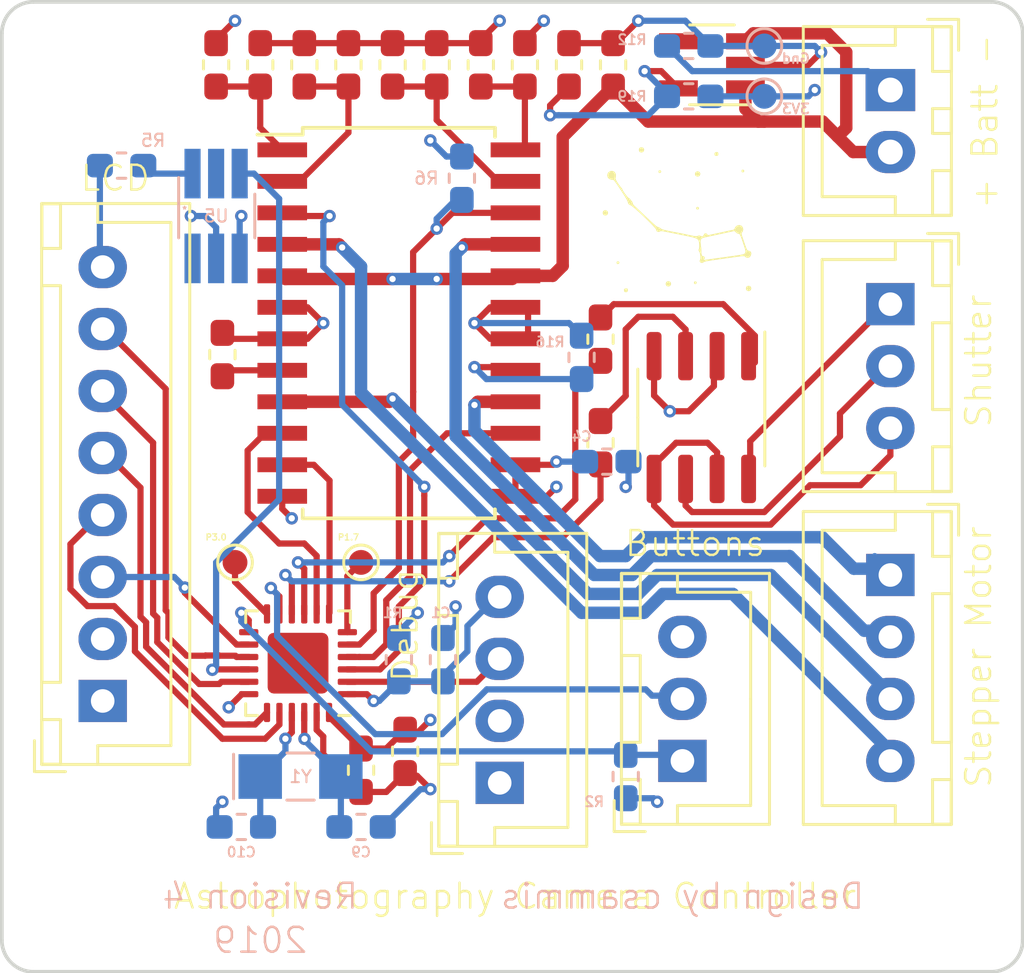
<source format=kicad_pcb>
(kicad_pcb (version 20171130) (host pcbnew "(5.1.2)-1")
  (layers (0 F.Cu signal) (1 In1.Cu power hide) (2 In2.Cu power hide) (31 B.Cu signal) (35 F.Paste user) (36 B.SilkS user) (37 F.SilkS user) (38 B.Mask user) (39 F.Mask user) (44 Edge.Cuts user))
  (net 0 "")
  (net 1 GND)
  (net 2 "Net-(C1-Pad1)")
  (net 3 +3V3)
  (net 4 "Net-(J2-Pad1)")
  (net 5 "Net-(J2-Pad2)")
  (net 6 FOCUS)
  (net 7 SHUTTER)
  (net 8 "Net-(R8-Pad2)")
  (net 9 "Net-(J1-Pad3)")
  (net 10 "Net-(J4-Pad1)")
  (net 11 SELECT_BTN)
  (net 12 OK_BTN)
  (net 13 "Net-(C9-Pad1)")
  (net 14 "Net-(C10-Pad1)")
  (net 15 "Net-(J2-Pad3)")
  (net 16 /LCD_CLK)
  (net 17 /LCD_MOSI)
  (net 18 /LCD_DC)
  (net 19 /LCD_RST)
  (net 20 "Net-(R10-Pad2)")
  (net 21 DRIVER_nRESET)
  (net 22 "Net-(R16-Pad2)")
  (net 23 "Net-(R17-Pad2)")
  (net 24 DRIVER_nSLEEP)
  (net 25 DRIVER_nENABLE)
  (net 26 DRIVER_DIR)
  (net 27 DRIVER_STEP)
  (net 28 /9V_Coil1B)
  (net 29 /9V_Coil1A)
  (net 30 /9V_Coil2B)
  (net 31 /9V_Coil2A)
  (net 32 BATT_9V)
  (net 33 SUPPLY_3.3V)
  (net 34 LCD_LED)
  (net 35 "Net-(J3-Pad8)")
  (net 36 "Net-(R3-Pad1)")
  (net 37 "Net-(R4-Pad1)")
  (net 38 "Net-(C7-Pad2)")
  (net 39 "Net-(C8-Pad2)")
  (net 40 /LCD_nCS)
  (net 41 "Net-(R5-Pad2)")
  (net 42 "Net-(TP3-Pad1)")
  (net 43 "Net-(TP4-Pad1)")
  (net 44 "Net-(U4-Pad4)")
  (module Logo:ursa_minor (layer F.Cu) (at 158.75 79.248)
    (fp_text reference LG1 hide)
    (fp_text value ProjectLogo hide)
  )
  (module MountingHole:MountingHole_2.2mm_M2 (layer F.Cu) (at 169.672 106.426)
    (fp_text reference H3 hide)
    (fp_text value M2)
    (pad 1 np_thru_hole circle (at 0 0) (size 2.2 2.2) (drill 2.2) (layers *.Cu *.Mask))
  )
  (module MountingHole:MountingHole_2.2mm_M2 (layer F.Cu) (at 134.62 106.426)
    (fp_text reference H2 hide)
    (fp_text value M2)
    (pad 1 np_thru_hole circle (at 0 0) (size 2.2 2.2) (drill 2.2) (layers *.Cu *.Mask))
  )
  (module MountingHole:MountingHole_2.2mm_M2 (layer F.Cu) (at 134.62 73.406)
    (fp_text reference H1 hide)
    (fp_text value M2)
    (pad 1 np_thru_hole circle (at 0 0) (size 2.2 2.2) (drill 2.2) (layers *.Cu *.Mask))
  )
  (module Connector_JST:JST_XH_B03B-XH-A_1x03_P2.50mm_Vertical (layer F.Cu) (at 159.004 100.968 90)
    (fp_text reference J6)
    (fp_text value Buttons)
    (pad 1 thru_hole rect (at 0 0 90) (size 1.7 1.95) (drill 0.95) (layers *.Cu *.Mask) (net 12 OK_BTN))
    (pad 2 thru_hole oval (at 2.5 0 90) (size 1.7 1.95) (drill 0.95) (layers *.Cu *.Mask) (net 11 SELECT_BTN))
    (pad 3 thru_hole oval (at 5 0 90) (size 1.7 1.95) (drill 0.95) (layers *.Cu *.Mask) (net 1 GND))
  )
  (module Connector_JST:JST_XH_B08B-XH-A_1x08_P2.50mm_Vertical (layer F.Cu) (at 135.636 98.552 90)
    (fp_text reference J3)
    (fp_text value LCD)
    (pad 8 thru_hole oval (at 17.5 0 90) (size 1.7 1.95) (drill 0.95) (layers *.Cu *.Mask) (net 35 "Net-(J3-Pad8)"))
    (pad 7 thru_hole oval (at 15 0 90) (size 1.7 1.95) (drill 0.95) (layers *.Cu *.Mask) (net 16 /LCD_CLK))
    (pad 6 thru_hole oval (at 12.5 0 90) (size 1.7 1.95) (drill 0.95) (layers *.Cu *.Mask) (net 17 /LCD_MOSI))
    (pad 5 thru_hole oval (at 10 0 90) (size 1.7 1.95) (drill 0.95) (layers *.Cu *.Mask) (net 18 /LCD_DC))
    (pad 4 thru_hole oval (at 7.5 0 90) (size 1.7 1.95) (drill 0.95) (layers *.Cu *.Mask) (net 19 /LCD_RST))
    (pad 3 thru_hole oval (at 5 0 90) (size 1.7 1.95) (drill 0.95) (layers *.Cu *.Mask) (net 40 /LCD_nCS))
    (pad 2 thru_hole oval (at 2.5 0 90) (size 1.7 1.95) (drill 0.95) (layers *.Cu *.Mask) (net 1 GND))
    (pad 1 thru_hole rect (at 0 0 90) (size 1.7 1.95) (drill 0.95) (layers *.Cu *.Mask) (net 3 +3V3))
  )
  (module Resistor_SMD:R_0603_1608Metric_Pad1.05x0.95mm_HandSolder (layer B.Cu) (at 159.258 74.168 180)
    (fp_text reference R19 (at 2.286 0 180) (layer B.SilkS) (effects (font (size 0.4 0.4) (thickness 0.08)) (justify mirror)))
    (fp_text value JUMPER)
    (pad 1 smd roundrect (at -0.875 0 180) (size 1.05 0.95) (layers B.Cu B.Paste B.Mask) (net 3 +3V3))
    (pad 2 smd roundrect (at 0.875 0 180) (size 1.05 0.95) (layers B.Cu B.Paste B.Mask) (net 33 SUPPLY_3.3V))
  )
  (module TestPoint:TestPoint_Pad_D1.0mm (layer B.Cu) (at 162.306 72.136 270)
    (fp_text reference TP1 hide)
    (fp_text value GND)
    (pad 1 smd circle (at 0 0 270) (size 1 1) (layers B.Cu B.Mask) (net 1 GND))
  )
  (module Connector_JST:JST_XH_B03B-XH-A_1x03_P2.50mm_Vertical (layer F.Cu) (at 167.386 82.55 270)
    (fp_text reference J2)
    (fp_text value Shutter)
    (pad 3 thru_hole oval (at 5 0 270) (size 1.7 1.95) (drill 0.95) (layers *.Cu *.Mask) (net 15 "Net-(J2-Pad3)"))
    (pad 2 thru_hole oval (at 2.5 0 270) (size 1.7 1.95) (drill 0.95) (layers *.Cu *.Mask) (net 5 "Net-(J2-Pad2)"))
    (pad 1 thru_hole rect (at 0 0 270) (size 1.7 1.95) (drill 0.95) (layers *.Cu *.Mask) (net 4 "Net-(J2-Pad1)"))
  )
  (module Package_SO:SOIC-24W_7.5x15.4mm_P1.27mm (layer F.Cu) (at 147.574 83.312)
    (fp_text reference U3)
    (fp_text value A3967)
    (pad 24 smd rect (at 4.7 -6.985) (size 2 0.6) (layers F.Cu F.Paste F.Mask) (net 20 "Net-(R10-Pad2)"))
    (pad 23 smd rect (at 4.7 -5.715) (size 2 0.6) (layers F.Cu F.Paste F.Mask) (net 39 "Net-(C8-Pad2)"))
    (pad 22 smd rect (at 4.7 -4.445) (size 2 0.6) (layers F.Cu F.Paste F.Mask) (net 21 DRIVER_nRESET))
    (pad 21 smd rect (at 4.7 -3.175) (size 2 0.6) (layers F.Cu F.Paste F.Mask) (net 28 /9V_Coil1B))
    (pad 20 smd rect (at 4.7 -1.905) (size 2 0.6) (layers F.Cu F.Paste F.Mask) (net 32 BATT_9V))
    (pad 19 smd rect (at 4.7 -0.635) (size 2 0.6) (layers F.Cu F.Paste F.Mask) (net 1 GND))
    (pad 18 smd rect (at 4.7 0.635) (size 2 0.6) (layers F.Cu F.Paste F.Mask) (net 1 GND))
    (pad 17 smd rect (at 4.7 1.905) (size 2 0.6) (layers F.Cu F.Paste F.Mask) (net 22 "Net-(R16-Pad2)"))
    (pad 16 smd rect (at 4.7 3.175) (size 2 0.6) (layers F.Cu F.Paste F.Mask) (net 29 /9V_Coil1A))
    (pad 15 smd rect (at 4.7 4.445) (size 2 0.6) (layers F.Cu F.Paste F.Mask) (net 25 DRIVER_nENABLE))
    (pad 14 smd rect (at 4.7 5.715) (size 2 0.6) (layers F.Cu F.Paste F.Mask) (net 3 +3V3))
    (pad 13 smd rect (at 4.7 6.985) (size 2 0.6) (layers F.Cu F.Paste F.Mask) (net 3 +3V3))
    (pad 12 smd rect (at -4.7 6.985) (size 2 0.6) (layers F.Cu F.Paste F.Mask) (net 3 +3V3))
    (pad 11 smd rect (at -4.7 5.715) (size 2 0.6) (layers F.Cu F.Paste F.Mask) (net 26 DRIVER_DIR))
    (pad 10 smd rect (at -4.7 4.445) (size 2 0.6) (layers F.Cu F.Paste F.Mask) (net 27 DRIVER_STEP))
    (pad 9 smd rect (at -4.7 3.175) (size 2 0.6) (layers F.Cu F.Paste F.Mask) (net 31 /9V_Coil2A))
    (pad 8 smd rect (at -4.7 1.905) (size 2 0.6) (layers F.Cu F.Paste F.Mask) (net 23 "Net-(R17-Pad2)"))
    (pad 7 smd rect (at -4.7 0.635) (size 2 0.6) (layers F.Cu F.Paste F.Mask) (net 1 GND))
    (pad 6 smd rect (at -4.7 -0.635) (size 2 0.6) (layers F.Cu F.Paste F.Mask) (net 1 GND))
    (pad 5 smd rect (at -4.7 -1.905) (size 2 0.6) (layers F.Cu F.Paste F.Mask) (net 32 BATT_9V))
    (pad 4 smd rect (at -4.7 -3.175) (size 2 0.6) (layers F.Cu F.Paste F.Mask) (net 30 /9V_Coil2B))
    (pad 3 smd rect (at -4.7 -4.445) (size 2 0.6) (layers F.Cu F.Paste F.Mask) (net 24 DRIVER_nSLEEP))
    (pad 2 smd rect (at -4.7 -5.715) (size 2 0.6) (layers F.Cu F.Paste F.Mask) (net 38 "Net-(C7-Pad2)"))
    (pad 1 smd rect (at -4.7 -6.985) (size 2 0.6) (layers F.Cu F.Paste F.Mask) (net 8 "Net-(R8-Pad2)"))
  )
  (module Connector_JST:JST_XH_B04B-XH-A_1x04_P2.50mm_Vertical (layer F.Cu) (at 167.386 93.472 270)
    (fp_text reference J5)
    (fp_text value "Stepper Motor")
    (pad 4 thru_hole oval (at 7.5 0 270) (size 1.7 1.95) (drill 0.95) (layers *.Cu *.Mask) (net 30 /9V_Coil2B))
    (pad 3 thru_hole oval (at 5 0 270) (size 1.7 1.95) (drill 0.95) (layers *.Cu *.Mask) (net 31 /9V_Coil2A))
    (pad 2 thru_hole oval (at 2.5 0 270) (size 1.7 1.95) (drill 0.95) (layers *.Cu *.Mask) (net 28 /9V_Coil1B))
    (pad 1 thru_hole rect (at 0 0 270) (size 1.7 1.95) (drill 0.95) (layers *.Cu *.Mask) (net 29 /9V_Coil1A))
  )
  (module Capacitor_SMD:C_0603_1608Metric_Pad1.05x0.95mm_HandSolder (layer B.Cu) (at 149.352 96.887 90)
    (fp_text reference C1 (at 1.891 -0.089891 180) (layer B.SilkS) (effects (font (size 0.4 0.4) (thickness 0.08)) (justify mirror)))
    (fp_text value 1nF)
    (pad 2 smd roundrect (at 0.875 0 90) (size 1.05 0.95) (layers B.Cu B.Paste B.Mask) (net 1 GND))
    (pad 1 smd roundrect (at -0.875 0 90) (size 1.05 0.95) (layers B.Cu B.Paste B.Mask) (net 2 "Net-(C1-Pad1)"))
  )
  (module Capacitor_SMD:C_0603_1608Metric_Pad1.05x0.95mm_HandSolder (layer F.Cu) (at 146.05 101.346 270)
    (fp_text reference C2)
    (fp_text value 10uF)
    (pad 2 smd roundrect (at 0.875 0 270) (size 1.05 0.95) (layers F.Cu F.Paste F.Mask) (net 1 GND))
    (pad 1 smd roundrect (at -0.875 0 270) (size 1.05 0.95) (layers F.Cu F.Paste F.Mask) (net 3 +3V3))
  )
  (module Capacitor_SMD:C_0603_1608Metric_Pad1.05x0.95mm_HandSolder (layer F.Cu) (at 147.828 100.584 90)
    (fp_text reference C3)
    (fp_text value 0.1uF)
    (pad 1 smd roundrect (at -0.875 0 90) (size 1.05 0.95) (layers F.Cu F.Paste F.Mask) (net 1 GND))
    (pad 2 smd roundrect (at 0.875 0 90) (size 1.05 0.95) (layers F.Cu F.Paste F.Mask) (net 3 +3V3))
  )
  (module Capacitor_SMD:C_0603_1608Metric_Pad1.05x0.95mm_HandSolder (layer B.Cu) (at 155.956 88.9 180)
    (fp_text reference C4 (at 1.016 1.016 180) (layer B.SilkS) (effects (font (size 0.4 0.4) (thickness 0.08)) (justify mirror)))
    (fp_text value 1uF)
    (pad 2 smd roundrect (at 0.875 0 180) (size 1.05 0.95) (layers B.Cu B.Paste B.Mask) (net 3 +3V3))
    (pad 1 smd roundrect (at -0.875 0 180) (size 1.05 0.95) (layers B.Cu B.Paste B.Mask) (net 1 GND))
  )
  (module Capacitor_SMD:C_0603_1608Metric_Pad1.05x0.95mm_HandSolder (layer F.Cu) (at 143.764 72.898 270)
    (fp_text reference C7)
    (fp_text value 68pF)
    (pad 2 smd roundrect (at 0.875 0 270) (size 1.05 0.95) (layers F.Cu F.Paste F.Mask) (net 38 "Net-(C7-Pad2)"))
    (pad 1 smd roundrect (at -0.875 0 270) (size 1.05 0.95) (layers F.Cu F.Paste F.Mask) (net 1 GND))
  )
  (module Capacitor_SMD:C_0603_1608Metric_Pad1.05x0.95mm_HandSolder (layer F.Cu) (at 147.32 72.898 270)
    (fp_text reference C8)
    (fp_text value 68pF)
    (pad 1 smd roundrect (at -0.875 0 270) (size 1.05 0.95) (layers F.Cu F.Paste F.Mask) (net 1 GND))
    (pad 2 smd roundrect (at 0.875 0 270) (size 1.05 0.95) (layers F.Cu F.Paste F.Mask) (net 39 "Net-(C8-Pad2)"))
  )
  (module Resistor_SMD:R_0603_1608Metric_Pad1.05x0.95mm_HandSolder (layer B.Cu) (at 147.574 96.887 270)
    (fp_text reference R1 (at -1.891 0.254) (layer B.SilkS) (effects (font (size 0.4 0.4) (thickness 0.08)) (justify mirror)))
    (fp_text value 47K)
    (pad 2 smd roundrect (at 0.875 0 270) (size 1.05 0.95) (layers B.Cu B.Paste B.Mask) (net 2 "Net-(C1-Pad1)"))
    (pad 1 smd roundrect (at -0.875 0 270) (size 1.05 0.95) (layers B.Cu B.Paste B.Mask) (net 3 +3V3))
  )
  (module Resistor_SMD:R_0603_1608Metric_Pad1.05x0.95mm_HandSolder (layer B.Cu) (at 156.718 101.6 90)
    (fp_text reference R2 (at -1.016 -1.27 180) (layer B.SilkS) (effects (font (size 0.4 0.4) (thickness 0.08)) (justify mirror)))
    (fp_text value 100K)
    (pad 1 smd roundrect (at -0.875 0 90) (size 1.05 0.95) (layers B.Cu B.Paste B.Mask) (net 3 +3V3))
    (pad 2 smd roundrect (at 0.875 0 90) (size 1.05 0.95) (layers B.Cu B.Paste B.Mask) (net 12 OK_BTN))
  )
  (module Resistor_SMD:R_0603_1608Metric_Pad1.05x0.95mm_HandSolder (layer F.Cu) (at 155.702 83.961 270)
    (fp_text reference R3)
    (fp_text value 390)
    (pad 1 smd roundrect (at -0.875 0 270) (size 1.05 0.95) (layers F.Cu F.Paste F.Mask) (net 36 "Net-(R3-Pad1)"))
    (pad 2 smd roundrect (at 0.875 0 270) (size 1.05 0.95) (layers F.Cu F.Paste F.Mask) (net 6 FOCUS))
  )
  (module Resistor_SMD:R_0603_1608Metric_Pad1.05x0.95mm_HandSolder (layer F.Cu) (at 155.702 88.138 270)
    (fp_text reference R4)
    (fp_text value 390)
    (pad 1 smd roundrect (at -0.875 0 270) (size 1.05 0.95) (layers F.Cu F.Paste F.Mask) (net 37 "Net-(R4-Pad1)"))
    (pad 2 smd roundrect (at 0.875 0 270) (size 1.05 0.95) (layers F.Cu F.Paste F.Mask) (net 7 SHUTTER))
  )
  (module Resistor_SMD:R_0603_1608Metric_Pad1.05x0.95mm_HandSolder (layer F.Cu) (at 140.208 72.898 270)
    (fp_text reference R8)
    (fp_text value 13K)
    (pad 2 smd roundrect (at 0.875 0 270) (size 1.05 0.95) (layers F.Cu F.Paste F.Mask) (net 8 "Net-(R8-Pad2)"))
    (pad 1 smd roundrect (at -0.875 0 270) (size 1.05 0.95) (layers F.Cu F.Paste F.Mask) (net 3 +3V3))
  )
  (module Resistor_SMD:R_0603_1608Metric_Pad1.05x0.95mm_HandSolder (layer F.Cu) (at 141.986 72.898 270)
    (fp_text reference R9)
    (fp_text value 20K)
    (pad 1 smd roundrect (at -0.875 0 270) (size 1.05 0.95) (layers F.Cu F.Paste F.Mask) (net 1 GND))
    (pad 2 smd roundrect (at 0.875 0 270) (size 1.05 0.95) (layers F.Cu F.Paste F.Mask) (net 8 "Net-(R8-Pad2)"))
  )
  (module Resistor_SMD:R_0603_1608Metric_Pad1.05x0.95mm_HandSolder (layer F.Cu) (at 152.654 72.898 270)
    (fp_text reference R10)
    (fp_text value 100K)
    (pad 2 smd roundrect (at 0.875 0 270) (size 1.05 0.95) (layers F.Cu F.Paste F.Mask) (net 20 "Net-(R10-Pad2)"))
    (pad 1 smd roundrect (at -0.875 0 270) (size 1.05 0.95) (layers F.Cu F.Paste F.Mask) (net 3 +3V3))
  )
  (module Resistor_SMD:R_0603_1608Metric_Pad1.05x0.95mm_HandSolder (layer F.Cu) (at 150.876 72.898 90)
    (fp_text reference R11)
    (fp_text value 68K)
    (pad 1 smd roundrect (at -0.875 0 90) (size 1.05 0.95) (layers F.Cu F.Paste F.Mask) (net 20 "Net-(R10-Pad2)"))
    (pad 2 smd roundrect (at 0.875 0 90) (size 1.05 0.95) (layers F.Cu F.Paste F.Mask) (net 1 GND))
  )
  (module Resistor_SMD:R_0603_1608Metric_Pad1.05x0.95mm_HandSolder (layer B.Cu) (at 159.258 72.136)
    (fp_text reference R12 (at -2.286 -0.254) (layer B.SilkS) (effects (font (size 0.4 0.4) (thickness 0.08)) (justify mirror)))
    (fp_text value JUMPER)
    (pad 2 smd roundrect (at 0.875 0) (size 1.05 0.95) (layers B.Cu B.Paste B.Mask) (net 1 GND))
    (pad 1 smd roundrect (at -0.875 0) (size 1.05 0.95) (layers B.Cu B.Paste B.Mask) (net 10 "Net-(J4-Pad1)"))
  )
  (module Resistor_SMD:R_0603_1608Metric_Pad1.05x0.95mm_HandSolder (layer F.Cu) (at 145.542 72.898 90)
    (fp_text reference R15)
    (fp_text value 20K)
    (pad 2 smd roundrect (at 0.875 0 90) (size 1.05 0.95) (layers F.Cu F.Paste F.Mask) (net 1 GND))
    (pad 1 smd roundrect (at -0.875 0 90) (size 1.05 0.95) (layers F.Cu F.Paste F.Mask) (net 38 "Net-(C7-Pad2)"))
  )
  (module Package_DFN_QFN:VQFN-24-1EP_4x4mm_P0.5mm_EP2.45x2.45mm (layer F.Cu) (at 143.51 97.028 180)
    (fp_text reference U1)
    (fp_text value MSP430FR2433)
    (pad 25 smd roundrect (at 0 0 180) (size 2.45 2.45) (layers F.Cu F.Mask) (roundrect_rratio 0.102041))
    (pad 1 smd roundrect (at -1.9875 -1.25 180) (size 0.775 0.25) (layers F.Cu F.Paste F.Mask) (net 2 "Net-(C1-Pad1)"))
    (pad 2 smd roundrect (at -1.9875 -0.75 180) (size 0.775 0.25) (layers F.Cu F.Paste F.Mask) (net 9 "Net-(J1-Pad3)"))
    (pad 3 smd roundrect (at -1.9875 -0.25 180) (size 0.775 0.25) (layers F.Cu F.Paste F.Mask) (net 24 DRIVER_nSLEEP))
    (pad 4 smd roundrect (at -1.9875 0.25 180) (size 0.775 0.25) (layers F.Cu F.Paste F.Mask) (net 25 DRIVER_nENABLE))
    (pad 5 smd roundrect (at -1.9875 0.75 180) (size 0.775 0.25) (layers F.Cu F.Paste F.Mask) (net 21 DRIVER_nRESET))
    (pad 6 smd roundrect (at -1.9875 1.25 180) (size 0.775 0.25) (layers F.Cu F.Paste F.Mask) (net 43 "Net-(TP4-Pad1)"))
    (pad 7 smd roundrect (at -1.25 1.9875 180) (size 0.25 0.775) (layers F.Cu F.Paste F.Mask) (net 26 DRIVER_DIR))
    (pad 8 smd roundrect (at -0.75 1.9875 180) (size 0.25 0.775) (layers F.Cu F.Paste F.Mask) (net 27 DRIVER_STEP))
    (pad 9 smd roundrect (at -0.25 1.9875 180) (size 0.25 0.775) (layers F.Cu F.Paste F.Mask) (net 6 FOCUS))
    (pad 10 smd roundrect (at 0.25 1.9875 180) (size 0.25 0.775) (layers F.Cu F.Paste F.Mask) (net 7 SHUTTER))
    (pad 11 smd roundrect (at 0.75 1.9875 180) (size 0.25 0.775) (layers F.Cu F.Paste F.Mask) (net 11 SELECT_BTN))
    (pad 12 smd roundrect (at 1.25 1.9875 180) (size 0.25 0.775) (layers F.Cu F.Paste F.Mask) (net 42 "Net-(TP3-Pad1)"))
    (pad 13 smd roundrect (at 1.9875 1.25 180) (size 0.775 0.25) (layers F.Cu F.Paste F.Mask) (net 12 OK_BTN))
    (pad 14 smd roundrect (at 1.9875 0.75 180) (size 0.775 0.25) (layers F.Cu F.Paste F.Mask) (net 40 /LCD_nCS))
    (pad 15 smd roundrect (at 1.9875 0.25 180) (size 0.775 0.25) (layers F.Cu F.Paste F.Mask) (net 16 /LCD_CLK))
    (pad 16 smd roundrect (at 1.9875 -0.25 180) (size 0.775 0.25) (layers F.Cu F.Paste F.Mask) (net 34 LCD_LED))
    (pad 17 smd roundrect (at 1.9875 -0.75 180) (size 0.775 0.25) (layers F.Cu F.Paste F.Mask) (net 17 /LCD_MOSI))
    (pad 18 smd roundrect (at 1.9875 -1.25 180) (size 0.775 0.25) (layers F.Cu F.Paste F.Mask) (net 1 GND))
    (pad 19 smd roundrect (at 1.25 -1.9875 180) (size 0.25 0.775) (layers F.Cu F.Paste F.Mask) (net 18 /LCD_DC))
    (pad 20 smd roundrect (at 0.75 -1.9875 180) (size 0.25 0.775) (layers F.Cu F.Paste F.Mask) (net 19 /LCD_RST))
    (pad 21 smd roundrect (at 0.25 -1.9875 180) (size 0.25 0.775) (layers F.Cu F.Paste F.Mask) (net 14 "Net-(C10-Pad1)"))
    (pad 22 smd roundrect (at -0.25 -1.9875 180) (size 0.25 0.775) (layers F.Cu F.Paste F.Mask) (net 13 "Net-(C9-Pad1)"))
    (pad 23 smd roundrect (at -0.75 -1.9875 180) (size 0.25 0.775) (layers F.Cu F.Paste F.Mask) (net 1 GND))
    (pad 24 smd roundrect (at -1.25 -1.9875 180) (size 0.25 0.775) (layers F.Cu F.Paste F.Mask) (net 3 +3V3))
  )
  (module Connector_JST:JST_XH_B04B-XH-A_1x04_P2.50mm_Vertical (layer F.Cu) (at 151.638 101.854 90)
    (fp_text reference J1)
    (fp_text value SBW)
    (pad 1 thru_hole rect (at 0 0 90) (size 1.7 1.95) (drill 0.95) (layers *.Cu *.Mask) (net 1 GND))
    (pad 2 thru_hole oval (at 2.5 0 90) (size 1.7 1.95) (drill 0.95) (layers *.Cu *.Mask) (net 3 +3V3))
    (pad 3 thru_hole oval (at 5 0 90) (size 1.7 1.95) (drill 0.95) (layers *.Cu *.Mask) (net 9 "Net-(J1-Pad3)"))
    (pad 4 thru_hole oval (at 7.5 0 90) (size 1.7 1.95) (drill 0.95) (layers *.Cu *.Mask) (net 2 "Net-(C1-Pad1)"))
  )
  (module Connector_JST:JST_XH_B02B-XH-A_1x02_P2.50mm_Vertical (layer F.Cu) (at 167.386 73.914 270)
    (fp_text reference J4)
    (fp_text value Battery)
    (pad 1 thru_hole rect (at 0 0 270) (size 1.7 2) (drill 1) (layers *.Cu *.Mask) (net 10 "Net-(J4-Pad1)"))
    (pad 2 thru_hole oval (at 2.5 0 270) (size 1.7 2) (drill 1) (layers *.Cu *.Mask) (net 32 BATT_9V))
  )
  (module Resistor_SMD:R_0603_1608Metric_Pad1.05x0.95mm_HandSolder (layer B.Cu) (at 154.94 84.695 270)
    (fp_text reference R16 (at -0.621 1.27) (layer B.SilkS) (effects (font (size 0.4 0.4) (thickness 0.08)) (justify mirror)))
    (fp_text value 0.75Ω)
    (pad 1 smd roundrect (at -0.875 0 270) (size 1.05 0.95) (layers B.Cu B.Paste B.Mask) (net 1 GND))
    (pad 2 smd roundrect (at 0.875 0 270) (size 1.05 0.95) (layers B.Cu B.Paste B.Mask) (net 22 "Net-(R16-Pad2)"))
  )
  (module Resistor_SMD:R_0603_1608Metric_Pad1.05x0.95mm_HandSolder (layer F.Cu) (at 140.462 84.582 270)
    (fp_text reference R17)
    (fp_text value 0.75Ω)
    (pad 1 smd roundrect (at -0.875 0 270) (size 1.05 0.95) (layers F.Cu F.Paste F.Mask) (net 1 GND))
    (pad 2 smd roundrect (at 0.875 0 270) (size 1.05 0.95) (layers F.Cu F.Paste F.Mask) (net 23 "Net-(R17-Pad2)"))
  )
  (module Resistor_SMD:R_0603_1608Metric_Pad1.05x0.95mm_HandSolder (layer F.Cu) (at 149.098 72.898 90)
    (fp_text reference R20)
    (fp_text value 20K)
    (pad 2 smd roundrect (at 0.875 0 90) (size 1.05 0.95) (layers F.Cu F.Paste F.Mask) (net 1 GND))
    (pad 1 smd roundrect (at -0.875 0 90) (size 1.05 0.95) (layers F.Cu F.Paste F.Mask) (net 39 "Net-(C8-Pad2)"))
  )
  (module Capacitor_SMD:C_0603_1608Metric_Pad1.05x0.95mm_HandSolder (layer B.Cu) (at 146.05 103.632)
    (fp_text reference C9 (at 0 1.016 180) (layer B.SilkS) (effects (font (size 0.4 0.4) (thickness 0.075)) (justify mirror)))
    (fp_text value CL1)
    (pad 2 smd roundrect (at 0.875 0) (size 1.05 0.95) (layers B.Cu B.Paste B.Mask) (net 1 GND))
    (pad 1 smd roundrect (at -0.875 0) (size 1.05 0.95) (layers B.Cu B.Paste B.Mask) (net 13 "Net-(C9-Pad1)"))
  )
  (module Capacitor_SMD:C_0603_1608Metric_Pad1.05x0.95mm_HandSolder (layer B.Cu) (at 141.224 103.632 180)
    (fp_text reference C10 (at 0 -1.016 180) (layer B.SilkS) (effects (font (size 0.4 0.4) (thickness 0.075)) (justify mirror)))
    (fp_text value CL2)
    (pad 1 smd roundrect (at -0.875 0 180) (size 1.05 0.95) (layers B.Cu B.Paste B.Mask) (net 14 "Net-(C10-Pad1)"))
    (pad 2 smd roundrect (at 0.875 0 180) (size 1.05 0.95) (layers B.Cu B.Paste B.Mask) (net 1 GND))
  )
  (module Crystal:Crystal_SMD_MicroCrystal_CC7V-T1A-2Pin_3.2x1.5mm_HandSoldering (layer B.Cu) (at 143.611 101.6)
    (fp_text reference Y1 (at 0 0) (layer B.SilkS) (effects (font (size 0.5 0.5) (thickness 0.08)) (justify mirror)))
    (fp_text value 32Khz hide)
    (pad 1 smd rect (at -1.625 0) (size 1.75 1.8) (layers B.Cu B.Paste B.Mask) (net 14 "Net-(C10-Pad1)"))
    (pad 2 smd rect (at 1.625 0) (size 1.75 1.8) (layers B.Cu B.Paste B.Mask) (net 13 "Net-(C9-Pad1)"))
  )
  (module TestPoint:TestPoint_Pad_D1.0mm (layer B.Cu) (at 162.306 74.168)
    (fp_text reference TP2 hide)
    (fp_text value 3.3V)
    (pad 1 smd circle (at 0 0) (size 1 1) (layers B.Cu B.Mask) (net 3 +3V3))
  )
  (module Capacitor_SMD:C_0603_1608Metric_Pad1.05x0.95mm_HandSolder (layer F.Cu) (at 156.21 72.898 90)
    (fp_text reference C11)
    (fp_text value 1uF)
    (pad 2 smd roundrect (at 0.875 0 90) (size 1.05 0.95) (layers F.Cu F.Paste F.Mask) (net 1 GND))
    (pad 1 smd roundrect (at -0.875 0 90) (size 1.05 0.95) (layers F.Cu F.Paste F.Mask) (net 32 BATT_9V))
  )
  (module Capacitor_SMD:C_0603_1608Metric_Pad1.05x0.95mm_HandSolder (layer F.Cu) (at 154.432 72.898 90)
    (fp_text reference C12)
    (fp_text value 1uF)
    (pad 1 smd roundrect (at -0.875 0 90) (size 1.05 0.95) (layers F.Cu F.Paste F.Mask) (net 33 SUPPLY_3.3V))
    (pad 2 smd roundrect (at 0.875 0 90) (size 1.05 0.95) (layers F.Cu F.Paste F.Mask) (net 1 GND))
  )
  (module Package_TO_SOT_SMD:SOT-23-5_HandSoldering (layer F.Cu) (at 160.194 72.898 180)
    (fp_text reference U4)
    (fp_text value NCP718)
    (pad 1 smd rect (at -1.35 -0.95 180) (size 1.56 0.65) (layers F.Cu F.Paste F.Mask) (net 32 BATT_9V))
    (pad 2 smd rect (at -1.35 0 180) (size 1.56 0.65) (layers F.Cu F.Paste F.Mask) (net 1 GND))
    (pad 3 smd rect (at -1.35 0.95 180) (size 1.56 0.65) (layers F.Cu F.Paste F.Mask) (net 32 BATT_9V))
    (pad 4 smd rect (at 1.35 0.95 180) (size 1.56 0.65) (layers F.Cu F.Paste F.Mask) (net 44 "Net-(U4-Pad4)"))
    (pad 5 smd rect (at 1.35 -0.95 180) (size 1.56 0.65) (layers F.Cu F.Paste F.Mask) (net 33 SUPPLY_3.3V))
  )
  (module Package_TO_SOT_SMD:TSOT-23-6_HandSoldering (layer B.Cu) (at 140.208 78.994 270)
    (fp_text reference U5 (at 0 0 180) (layer B.SilkS) (effects (font (size 0.5 0.5) (thickness 0.08)) (justify mirror)))
    (fp_text value SiP32510)
    (pad 1 smd rect (at -1.71 0.95 270) (size 2 0.65) (layers B.Cu B.Paste B.Mask) (net 41 "Net-(R5-Pad2)"))
    (pad 2 smd rect (at -1.71 0 270) (size 2 0.65) (layers B.Cu B.Paste B.Mask))
    (pad 3 smd rect (at -1.71 -0.95 270) (size 2 0.65) (layers B.Cu B.Paste B.Mask) (net 34 LCD_LED))
    (pad 4 smd rect (at 1.71 -0.95 270) (size 2 0.65) (layers B.Cu B.Paste B.Mask) (net 1 GND))
    (pad 5 smd rect (at 1.71 0 270) (size 2 0.65) (layers B.Cu B.Paste B.Mask) (net 3 +3V3))
    (pad 6 smd rect (at 1.71 0.95 270) (size 2 0.65) (layers B.Cu B.Paste B.Mask))
  )
  (module Resistor_SMD:R_0603_1608Metric_Pad1.05x0.95mm_HandSolder (layer B.Cu) (at 136.398 76.962)
    (fp_text reference R5 (at 1.27 -1.016) (layer B.SilkS) (effects (font (size 0.5 0.5) (thickness 0.08)) (justify mirror)))
    (fp_text value 390)
    (pad 2 smd roundrect (at 0.875 0) (size 1.05 0.95) (layers B.Cu B.Paste B.Mask) (net 41 "Net-(R5-Pad2)"))
    (pad 1 smd roundrect (at -0.875 0) (size 1.05 0.95) (layers B.Cu B.Paste B.Mask) (net 35 "Net-(J3-Pad8)"))
  )
  (module Resistor_SMD:R_0603_1608Metric_Pad1.05x0.95mm_HandSolder (layer B.Cu) (at 150.114 77.47 270)
    (fp_text reference R6 (at 0 1.43 180) (layer B.SilkS) (effects (font (size 0.5 0.5) (thickness 0.08)) (justify mirror)))
    (fp_text value 100K)
    (pad 1 smd roundrect (at -0.875 0 270) (size 1.05 0.95) (layers B.Cu B.Paste B.Mask) (net 3 +3V3))
    (pad 2 smd roundrect (at 0.875 0 270) (size 1.05 0.95) (layers B.Cu B.Paste B.Mask) (net 21 DRIVER_nRESET))
  )
  (module TestPoint:TestPoint_Pad_D1.0mm (layer F.Cu) (at 140.97 92.964)
    (fp_text reference TP3 hide)
    (fp_text value P3.0)
    (pad 1 smd circle (at 0 0) (size 1 1) (layers F.Cu F.Mask) (net 42 "Net-(TP3-Pad1)"))
  )
  (module TestPoint:TestPoint_Pad_D1.0mm (layer F.Cu) (at 146.05 92.964)
    (fp_text reference TP4 hide)
    (fp_text value P1.7)
    (pad 1 smd circle (at 0 0) (size 1 1) (layers F.Cu F.Mask) (net 43 "Net-(TP4-Pad1)"))
  )
  (module Package_SO:SOIC-8_3.9x4.9mm_P1.27mm (layer F.Cu) (at 159.766 87.122 270)
    (fp_text reference U2)
    (fp_text value ILD205)
    (pad 1 smd roundrect (at -2.475 -1.905 270) (size 1.95 0.6) (layers F.Cu F.Paste F.Mask) (net 36 "Net-(R3-Pad1)"))
    (pad 2 smd roundrect (at -2.475 -0.635 270) (size 1.95 0.6) (layers F.Cu F.Paste F.Mask) (net 1 GND))
    (pad 3 smd roundrect (at -2.475 0.635 270) (size 1.95 0.6) (layers F.Cu F.Paste F.Mask) (net 37 "Net-(R4-Pad1)"))
    (pad 4 smd roundrect (at -2.475 1.905 270) (size 1.95 0.6) (layers F.Cu F.Paste F.Mask) (net 1 GND))
    (pad 5 smd roundrect (at 2.475 1.905 270) (size 1.95 0.6) (layers F.Cu F.Paste F.Mask) (net 15 "Net-(J2-Pad3)"))
    (pad 6 smd roundrect (at 2.475 0.635 270) (size 1.95 0.6) (layers F.Cu F.Paste F.Mask) (net 5 "Net-(J2-Pad2)"))
    (pad 7 smd roundrect (at 2.475 -0.635 270) (size 1.95 0.6) (layers F.Cu F.Paste F.Mask) (net 15 "Net-(J2-Pad3)"))
    (pad 8 smd roundrect (at 2.475 -1.905 270) (size 1.95 0.6) (layers F.Cu F.Paste F.Mask) (net 4 "Net-(J2-Pad1)"))
  )
  (gr_text 2019 (at 141.986 108.204) (layer B.SilkS) (effects (font (size 1 1) (thickness 0.1)) (justify mirror)))
  (gr_text P3.0 (at 140.208 91.948) (layer F.SilkS) (effects (font (size 0.25 0.25) (thickness 0.05))))
  (gr_text P1.7 (at 145.542 91.948) (layer F.SilkS) (effects (font (size 0.25 0.25) (thickness 0.05))))
  (gr_text * (at 138.938 78.74) (layer B.SilkS) (effects (font (size 0.25 0.25) (thickness 0.05)) (justify mirror)))
  (gr_text LCD (at 136.144 77.47) (layer F.SilkS) (effects (font (size 1 1) (thickness 0.1))))
  (gr_text 3V3 (at 163.576 74.676) (layer B.SilkS) (effects (font (size 0.4 0.4) (thickness 0.08)) (justify mirror)))
  (gr_text Gnd (at 163.576 72.644) (layer B.SilkS) (effects (font (size 0.4 0.4) (thickness 0.08)) (justify mirror)))
  (gr_text Buttons (at 159.512 92.202) (layer F.SilkS) (effects (font (size 1 1) (thickness 0.1))))
  (gr_text Debug (at 147.828 95.504 90) (layer F.SilkS) (effects (font (size 1 1) (thickness 0.1))))
  (gr_text "Stepper Motor" (at 170.942 96.774 90) (layer F.SilkS) (effects (font (size 1 1) (thickness 0.1))))
  (gr_text Shutter (at 170.942 84.836 90) (layer F.SilkS) (effects (font (size 1 1) (thickness 0.1))))
  (gr_text "+ Batt -" (at 171.196 75.184 90) (layer F.SilkS) (effects (font (size 1 1) (thickness 0.1))))
  (gr_text "Design by csammis" (at 159.004 106.426) (layer B.SilkS) (effects (font (size 1 1) (thickness 0.1)) (justify mirror)))
  (gr_text "Revision 4" (at 141.986 106.426) (layer B.SilkS) (effects (font (size 1 1) (thickness 0.1)) (justify mirror)))
  (gr_text "Astrophotography Camera Controller" (at 138.43 106.426) (layer F.SilkS) (effects (font (size 1 1) (thickness 0.1)) (justify left)))
  (gr_arc (start 132.842 71.628) (end 132.842 70.358) (angle -90) (layer Edge.Cuts) (width 0.15))
  (gr_arc (start 132.842 108.204) (end 131.572 108.204) (angle -90) (layer Edge.Cuts) (width 0.15))
  (gr_arc (start 171.45 108.204) (end 171.45 109.474) (angle -90) (layer Edge.Cuts) (width 0.15))
  (gr_arc (start 171.45 71.628) (end 172.72 71.628) (angle -90) (layer Edge.Cuts) (width 0.15))
  (gr_line (start 171.45 70.358) (end 132.842 70.358) (layer Edge.Cuts) (width 0.15))
  (gr_line (start 172.72 108.204) (end 172.72 71.628) (layer Edge.Cuts) (width 0.15))
  (gr_line (start 132.842 109.474) (end 171.45 109.474) (layer Edge.Cuts) (width 0.15))
  (gr_line (start 131.572 71.628) (end 131.572 108.204) (layer Edge.Cuts) (width 0.15))
  (via (at 141.224 78.994) (size 0.5) (drill 0.254) (layers F.Cu B.Cu) (net 1))
  (via (at 144.526 83.312) (size 0.5) (drill 0.254) (layers F.Cu B.Cu) (net 1))
  (via (at 148.844 102.108) (size 0.5) (drill 0.254) (layers F.Cu B.Cu) (net 1))
  (segment (start 150.876 72.023) (end 149.098 72.023) (width 0.25) (layer F.Cu) (net 1))
  (segment (start 149.098 72.023) (end 147.32 72.023) (width 0.25) (layer F.Cu) (net 1))
  (segment (start 147.32 72.023) (end 145.542 72.023) (width 0.25) (layer F.Cu) (net 1))
  (segment (start 145.542 72.023) (end 143.764 72.023) (width 0.25) (layer F.Cu) (net 1))
  (segment (start 143.764 72.023) (end 141.986 72.023) (width 0.25) (layer F.Cu) (net 1))
  (segment (start 150.876 71.882) (end 151.638 71.12) (width 0.25) (layer F.Cu) (net 1))
  (segment (start 150.876 72.023) (end 150.876 71.882) (width 0.25) (layer F.Cu) (net 1))
  (segment (start 152.782 82.677) (end 152.782 83.947) (width 0.25) (layer F.Cu) (net 1))
  (segment (start 143.891 82.677) (end 144.526 83.312) (width 0.25) (layer F.Cu) (net 1))
  (segment (start 142.874 82.677) (end 143.891 82.677) (width 0.25) (layer F.Cu) (net 1))
  (segment (start 143.891 83.947) (end 144.526 83.312) (width 0.25) (layer F.Cu) (net 1))
  (segment (start 142.874 83.947) (end 143.891 83.947) (width 0.25) (layer F.Cu) (net 1))
  (via (at 140.716 98.806) (size 0.5) (drill 0.254) (layers F.Cu B.Cu) (net 1))
  (segment (start 141.244 98.278) (end 140.716 98.806) (width 0.25) (layer F.Cu) (net 1))
  (segment (start 147.715 101.459) (end 147.828 101.572) (width 0.25) (layer F.Cu) (net 1))
  (segment (start 148.308 101.572) (end 148.844 102.108) (width 0.25) (layer F.Cu) (net 1))
  (segment (start 147.828 101.572) (end 148.308 101.572) (width 0.25) (layer F.Cu) (net 1))
  (segment (start 162.306 72.136) (end 160.133 72.136) (width 0.25) (layer B.Cu) (net 1))
  (segment (start 148.449 102.108) (end 148.844 102.108) (width 0.25) (layer B.Cu) (net 1))
  (segment (start 146.925 103.632) (end 148.449 102.108) (width 0.25) (layer B.Cu) (net 1))
  (via (at 140.462 102.616) (size 0.5) (drill 0.254) (layers F.Cu B.Cu) (net 1))
  (segment (start 140.208 102.87) (end 140.462 102.616) (width 0.25) (layer B.Cu) (net 1))
  (segment (start 140.208 103.632) (end 140.208 102.87) (width 0.25) (layer B.Cu) (net 1))
  (via (at 150.622 83.312) (size 0.5) (drill 0.254) (layers F.Cu B.Cu) (net 1))
  (segment (start 151.257 82.677) (end 150.622 83.312) (width 0.25) (layer F.Cu) (net 1))
  (segment (start 152.274 82.677) (end 151.257 82.677) (width 0.25) (layer F.Cu) (net 1))
  (segment (start 151.257 83.947) (end 150.622 83.312) (width 0.25) (layer F.Cu) (net 1))
  (segment (start 152.274 83.947) (end 151.257 83.947) (width 0.25) (layer F.Cu) (net 1))
  (segment (start 154.432 83.312) (end 154.94 83.82) (width 0.25) (layer B.Cu) (net 1))
  (segment (start 150.622 83.312) (end 154.432 83.312) (width 0.25) (layer B.Cu) (net 1))
  (via (at 149.86 94.742) (size 0.5) (drill 0.254) (layers F.Cu B.Cu) (net 1))
  (segment (start 149.352 96.012) (end 149.86 95.504) (width 0.25) (layer B.Cu) (net 1))
  (segment (start 149.86 95.095553) (end 149.86 94.742) (width 0.25) (layer B.Cu) (net 1))
  (segment (start 149.86 95.504) (end 149.86 95.095553) (width 0.25) (layer B.Cu) (net 1))
  (segment (start 154.432 72.023) (end 156.21 72.023) (width 0.25) (layer F.Cu) (net 1))
  (segment (start 151.638 71.12) (end 151.638 71.12) (width 0.25) (layer F.Cu) (net 1))
  (via (at 151.638 71.12) (size 0.5) (drill 0.254) (layers F.Cu B.Cu) (net 1))
  (via (at 157.226 71.12) (size 0.5) (drill 0.254) (layers F.Cu B.Cu) (net 1))
  (segment (start 156.21 72.023) (end 156.323 72.023) (width 0.25) (layer F.Cu) (net 1))
  (segment (start 156.323 72.023) (end 156.972 71.374) (width 0.25) (layer F.Cu) (net 1))
  (segment (start 156.972 71.374) (end 157.226 71.12) (width 0.25) (layer F.Cu) (net 1))
  (segment (start 159.117 71.12) (end 157.226 71.12) (width 0.25) (layer B.Cu) (net 1))
  (segment (start 160.133 72.136) (end 159.117 71.12) (width 0.25) (layer B.Cu) (net 1))
  (segment (start 164.338 72.136) (end 164.342001 72.140001) (width 0.25) (layer B.Cu) (net 1))
  (segment (start 164.342001 72.140001) (end 164.592 72.39) (width 0.25) (layer B.Cu) (net 1))
  (segment (start 164.342001 72.639999) (end 164.592 72.39) (width 0.25) (layer F.Cu) (net 1))
  (segment (start 164.084 72.898) (end 164.342001 72.639999) (width 0.25) (layer F.Cu) (net 1))
  (segment (start 161.544 72.898) (end 164.084 72.898) (width 0.25) (layer F.Cu) (net 1))
  (via (at 164.592 72.39) (size 0.5) (drill 0.254) (layers F.Cu B.Cu) (net 1))
  (segment (start 162.306 72.136) (end 164.338 72.136) (width 0.25) (layer B.Cu) (net 1))
  (segment (start 147.066 102.221) (end 147.828 101.459) (width 0.25) (layer F.Cu) (net 1))
  (segment (start 146.05 102.221) (end 147.066 102.221) (width 0.25) (layer F.Cu) (net 1))
  (segment (start 145.550928 101.721928) (end 146.05 102.221) (width 0.25) (layer F.Cu) (net 1))
  (segment (start 144.526 100.697) (end 145.550928 101.721928) (width 0.25) (layer F.Cu) (net 1))
  (segment (start 144.526 99.983173) (end 144.526 100.697) (width 0.25) (layer F.Cu) (net 1))
  (segment (start 144.26 99.0155) (end 144.26 99.717173) (width 0.25) (layer F.Cu) (net 1))
  (segment (start 144.26 99.717173) (end 144.526 99.983173) (width 0.25) (layer F.Cu) (net 1))
  (via (at 156.718 89.916) (size 0.5) (drill 0.254) (layers F.Cu B.Cu) (net 1))
  (segment (start 156.831 88.9) (end 156.831 89.803) (width 0.25) (layer B.Cu) (net 1))
  (segment (start 156.831 89.803) (end 156.718 89.916) (width 0.25) (layer B.Cu) (net 1))
  (segment (start 141.158 79.06) (end 141.224 78.994) (width 0.25) (layer B.Cu) (net 1))
  (segment (start 141.158 80.704) (end 141.158 79.06) (width 0.25) (layer B.Cu) (net 1))
  (via (at 158.496 86.868) (size 0.5) (drill 0.254) (layers F.Cu B.Cu) (net 1))
  (segment (start 157.861 86.233) (end 158.496 86.868) (width 0.25) (layer F.Cu) (net 1))
  (segment (start 157.861 84.647) (end 157.861 86.233) (width 0.25) (layer F.Cu) (net 1))
  (segment (start 159.258 86.868) (end 158.496 86.868) (width 0.25) (layer F.Cu) (net 1))
  (segment (start 160.274 85.852) (end 159.258 86.868) (width 0.25) (layer F.Cu) (net 1))
  (segment (start 160.401 84.647) (end 160.274 84.774) (width 0.25) (layer F.Cu) (net 1))
  (segment (start 160.274 84.774) (end 160.274 85.852) (width 0.25) (layer F.Cu) (net 1))
  (segment (start 140.702 83.947) (end 140.462 83.707) (width 0.25) (layer F.Cu) (net 1))
  (segment (start 142.874 83.947) (end 140.702 83.947) (width 0.25) (layer F.Cu) (net 1))
  (segment (start 151.513 94.354) (end 151.638 94.354) (width 0.25) (layer B.Cu) (net 2))
  (segment (start 150.33799 95.52901) (end 151.513 94.354) (width 0.25) (layer B.Cu) (net 2))
  (segment (start 150.33799 96.55001) (end 150.33799 95.52901) (width 0.25) (layer B.Cu) (net 2))
  (segment (start 149.352 97.762) (end 149.352 97.536) (width 0.25) (layer B.Cu) (net 2))
  (segment (start 149.352 97.536) (end 150.33799 96.55001) (width 0.25) (layer B.Cu) (net 2))
  (via (at 146.558 98.552) (size 0.5) (drill 0.254) (layers F.Cu B.Cu) (net 2))
  (segment (start 145.4975 98.278) (end 146.284 98.278) (width 0.25) (layer F.Cu) (net 2))
  (segment (start 146.284 98.278) (end 146.558 98.552) (width 0.25) (layer F.Cu) (net 2))
  (segment (start 146.784 98.552) (end 147.574 97.762) (width 0.25) (layer B.Cu) (net 2))
  (segment (start 146.558 98.552) (end 146.784 98.552) (width 0.25) (layer B.Cu) (net 2))
  (segment (start 147.574 97.762) (end 149.352 97.762) (width 0.25) (layer B.Cu) (net 2))
  (via (at 148.844 75.946) (size 0.5) (drill 0.254) (layers F.Cu B.Cu) (net 3))
  (segment (start 149.493 76.595) (end 148.844 75.946) (width 0.25) (layer B.Cu) (net 3))
  (segment (start 149.86 76.595) (end 149.493 76.595) (width 0.25) (layer B.Cu) (net 3))
  (via (at 153.416 71.12) (size 0.5) (drill 0.254) (layers F.Cu B.Cu) (net 3))
  (segment (start 152.654 71.882) (end 153.416 71.12) (width 0.25) (layer F.Cu) (net 3))
  (segment (start 152.654 72.023) (end 152.654 71.882) (width 0.25) (layer F.Cu) (net 3))
  (segment (start 152.274 89.027) (end 152.274 90.297) (width 0.25) (layer F.Cu) (net 3))
  (segment (start 142.874 90.297) (end 142.874 90.804) (width 0.25) (layer F.Cu) (net 3))
  (segment (start 142.874 90.804) (end 143.256 91.186) (width 0.25) (layer F.Cu) (net 3))
  (via (at 143.256 91.186) (size 0.5) (drill 0.254) (layers F.Cu B.Cu) (net 3))
  (segment (start 147.715 99.709) (end 147.828 99.822) (width 0.25) (layer F.Cu) (net 3))
  (via (at 148.844 99.314) (size 0.5) (drill 0.254) (layers F.Cu B.Cu) (net 3))
  (segment (start 148.336 99.822) (end 148.844 99.314) (width 0.25) (layer F.Cu) (net 3))
  (segment (start 147.828 99.822) (end 148.336 99.822) (width 0.25) (layer F.Cu) (net 3))
  (segment (start 160.133 74.168) (end 162.306 74.168) (width 0.25) (layer B.Cu) (net 3))
  (via (at 153.923998 88.9) (size 0.5) (drill 0.254) (layers F.Cu B.Cu) (net 3))
  (segment (start 154.714 88.9) (end 153.923998 88.9) (width 0.25) (layer B.Cu) (net 3))
  (segment (start 152.274 89.027) (end 153.796998 89.027) (width 0.25) (layer F.Cu) (net 3))
  (segment (start 153.796998 89.027) (end 153.923998 88.9) (width 0.25) (layer F.Cu) (net 3))
  (via (at 148.336 94.996) (size 0.5) (drill 0.254) (layers F.Cu B.Cu) (net 3))
  (segment (start 147.574 95.758) (end 148.336 94.996) (width 0.25) (layer B.Cu) (net 3))
  (segment (start 147.574 96.012) (end 147.574 95.758) (width 0.25) (layer B.Cu) (net 3))
  (via (at 164.338 73.914) (size 0.5) (drill 0.254) (layers F.Cu B.Cu) (net 3))
  (segment (start 164.084 74.168) (end 164.088001 74.163999) (width 0.25) (layer B.Cu) (net 3))
  (segment (start 164.088001 74.163999) (end 164.338 73.914) (width 0.25) (layer B.Cu) (net 3))
  (segment (start 162.306 74.168) (end 164.084 74.168) (width 0.25) (layer B.Cu) (net 3))
  (segment (start 144.76 99.181) (end 146.05 100.471) (width 0.25) (layer F.Cu) (net 3))
  (segment (start 144.76 99.0155) (end 144.76 99.181) (width 0.25) (layer F.Cu) (net 3))
  (segment (start 147.066 100.471) (end 147.828 99.709) (width 0.25) (layer F.Cu) (net 3))
  (segment (start 146.05 100.471) (end 147.066 100.471) (width 0.25) (layer F.Cu) (net 3))
  (via (at 157.988 102.616) (size 0.5) (drill 0.254) (layers F.Cu B.Cu) (net 3))
  (segment (start 157.847 102.475) (end 157.988 102.616) (width 0.25) (layer B.Cu) (net 3))
  (segment (start 156.718 102.475) (end 157.847 102.475) (width 0.25) (layer B.Cu) (net 3))
  (segment (start 153.543 90.297) (end 153.674001 90.165999) (width 0.25) (layer F.Cu) (net 3))
  (segment (start 153.674001 90.165999) (end 153.924 89.916) (width 0.25) (layer F.Cu) (net 3))
  (segment (start 152.274 90.297) (end 153.543 90.297) (width 0.25) (layer F.Cu) (net 3))
  (via (at 153.924 89.916) (size 0.5) (drill 0.254) (layers F.Cu B.Cu) (net 3))
  (segment (start 140.208 80.704) (end 140.208 80.01) (width 0.25) (layer B.Cu) (net 3))
  (via (at 140.97 71.12) (size 0.5) (drill 0.254) (layers F.Cu B.Cu) (net 3))
  (segment (start 140.208 71.882) (end 140.97 71.12) (width 0.25) (layer F.Cu) (net 3))
  (segment (start 140.208 72.023) (end 140.208 71.882) (width 0.25) (layer F.Cu) (net 3))
  (via (at 139.192 78.994) (size 0.5) (drill 0.254) (layers F.Cu B.Cu) (net 3))
  (segment (start 140.208 80.704) (end 140.208 79.454) (width 0.25) (layer B.Cu) (net 3))
  (segment (start 140.208 79.454) (end 139.748 78.994) (width 0.25) (layer B.Cu) (net 3))
  (segment (start 139.545553 78.994) (end 139.192 78.994) (width 0.25) (layer B.Cu) (net 3))
  (segment (start 139.748 78.994) (end 139.545553 78.994) (width 0.25) (layer B.Cu) (net 3))
  (segment (start 167.261 82.55) (end 167.386 82.55) (width 0.25) (layer F.Cu) (net 4))
  (segment (start 161.7355 88.0755) (end 167.261 82.55) (width 0.25) (layer F.Cu) (net 4))
  (segment (start 161.7355 89.40409) (end 161.606795 89.532795) (width 0.25) (layer F.Cu) (net 4))
  (segment (start 161.7355 88.0755) (end 161.7355 89.40409) (width 0.25) (layer F.Cu) (net 4))
  (segment (start 167.261 84.796) (end 167.386 84.796) (width 0.25) (layer F.Cu) (net 5))
  (segment (start 167.261 85.05) (end 167.386 85.05) (width 0.25) (layer F.Cu) (net 5))
  (segment (start 159.131 90.672) (end 159.391 90.932) (width 0.25) (layer F.Cu) (net 5))
  (segment (start 159.131 89.597) (end 159.131 90.672) (width 0.25) (layer F.Cu) (net 5))
  (segment (start 159.391 90.932) (end 162.306 90.932) (width 0.25) (layer F.Cu) (net 5))
  (segment (start 165.354 87.884) (end 165.354 86.957) (width 0.25) (layer F.Cu) (net 5))
  (segment (start 162.306 90.932) (end 165.354 87.884) (width 0.25) (layer F.Cu) (net 5))
  (segment (start 165.354 86.957) (end 167.261 85.05) (width 0.25) (layer F.Cu) (net 5))
  (segment (start 149.352 92.964) (end 143.863553 92.964) (width 0.25) (layer B.Cu) (net 6))
  (segment (start 143.76 95.0405) (end 143.759999 93.213999) (width 0.25) (layer F.Cu) (net 6))
  (segment (start 143.759999 93.213999) (end 143.51 92.964) (width 0.25) (layer F.Cu) (net 6))
  (segment (start 149.606 92.71) (end 149.352 92.964) (width 0.25) (layer B.Cu) (net 6))
  (segment (start 143.863553 92.964) (end 143.51 92.964) (width 0.25) (layer B.Cu) (net 6))
  (via (at 143.51 92.964) (size 0.5) (drill 0.254) (layers F.Cu B.Cu) (net 6))
  (via (at 149.606 92.71) (size 0.5) (drill 0.254) (layers F.Cu B.Cu) (net 6))
  (segment (start 154.686 90.424) (end 154.686 85.852) (width 0.25) (layer F.Cu) (net 6))
  (segment (start 153.924 91.186) (end 154.686 90.424) (width 0.25) (layer F.Cu) (net 6))
  (segment (start 149.606 92.71) (end 151.13 91.186) (width 0.25) (layer F.Cu) (net 6))
  (segment (start 151.13 91.186) (end 153.924 91.186) (width 0.25) (layer F.Cu) (net 6))
  (segment (start 154.686 85.852) (end 155.702 84.836) (width 0.25) (layer F.Cu) (net 6))
  (via (at 149.606 93.726) (size 0.5) (drill 0.254) (layers F.Cu B.Cu) (net 7))
  (via (at 143.002 93.472) (size 0.5) (drill 0.254) (layers F.Cu B.Cu) (net 7))
  (segment (start 149.606 93.726) (end 143.256 93.726) (width 0.25) (layer B.Cu) (net 7))
  (segment (start 143.251999 93.721999) (end 143.002 93.472) (width 0.25) (layer B.Cu) (net 7))
  (segment (start 143.256 93.726) (end 143.251999 93.721999) (width 0.25) (layer B.Cu) (net 7))
  (segment (start 143.26 93.73) (end 143.002 93.472) (width 0.25) (layer F.Cu) (net 7))
  (segment (start 143.26 95.0405) (end 143.26 93.73) (width 0.25) (layer F.Cu) (net 7))
  (segment (start 151.384 91.948) (end 149.606 93.726) (width 0.25) (layer F.Cu) (net 7))
  (segment (start 154.178 91.948) (end 151.384 91.948) (width 0.25) (layer F.Cu) (net 7))
  (segment (start 155.702 89.013) (end 155.702 90.424) (width 0.25) (layer F.Cu) (net 7))
  (segment (start 155.702 90.424) (end 154.178 91.948) (width 0.25) (layer F.Cu) (net 7))
  (segment (start 140.208 73.773) (end 141.986 73.773) (width 0.25) (layer F.Cu) (net 8))
  (segment (start 141.986 75.439) (end 142.874 76.327) (width 0.25) (layer F.Cu) (net 8))
  (segment (start 141.986 73.773) (end 141.986 75.439) (width 0.25) (layer F.Cu) (net 8))
  (segment (start 150.714 97.778) (end 151.638 96.854) (width 0.25) (layer F.Cu) (net 9))
  (segment (start 145.4975 97.778) (end 150.714 97.778) (width 0.25) (layer F.Cu) (net 9))
  (segment (start 167.386 73.914) (end 167.221002 73.914) (width 0.25) (layer B.Cu) (net 10))
  (segment (start 167.236 73.914) (end 167.386 73.914) (width 0.25) (layer B.Cu) (net 10))
  (segment (start 166.474 73.152) (end 167.236 73.914) (width 0.25) (layer B.Cu) (net 10))
  (segment (start 158.383 72.136) (end 159.399 73.152) (width 0.25) (layer B.Cu) (net 10))
  (segment (start 159.399 73.152) (end 166.474 73.152) (width 0.25) (layer B.Cu) (net 10))
  (via (at 142.416145 93.995367) (size 0.5) (drill 0.254) (layers F.Cu B.Cu) (net 11))
  (segment (start 142.76 95.0405) (end 142.76 94.339222) (width 0.25) (layer F.Cu) (net 11))
  (segment (start 142.76 94.339222) (end 142.416145 93.995367) (width 0.25) (layer F.Cu) (net 11))
  (segment (start 157.779 98.338) (end 159.004 98.338) (width 0.25) (layer B.Cu) (net 11))
  (segment (start 157.525 98.084) (end 157.779 98.338) (width 0.25) (layer B.Cu) (net 11))
  (segment (start 142.666144 94.245366) (end 142.666144 95.930144) (width 0.25) (layer B.Cu) (net 11))
  (segment (start 142.416145 93.995367) (end 142.666144 94.245366) (width 0.25) (layer B.Cu) (net 11))
  (segment (start 142.666144 95.930144) (end 146.625001 99.889001) (width 0.25) (layer B.Cu) (net 11))
  (segment (start 146.625001 99.889001) (end 149.316284 99.889001) (width 0.25) (layer B.Cu) (net 11))
  (segment (start 149.316284 99.889001) (end 151.121285 98.084) (width 0.25) (layer B.Cu) (net 11))
  (segment (start 151.121285 98.084) (end 157.525 98.084) (width 0.25) (layer B.Cu) (net 11))
  (via (at 141.224 94.996) (size 0.5) (drill 0.254) (layers F.Cu B.Cu) (net 12))
  (segment (start 141.5225 95.778) (end 141.5225 95.2945) (width 0.25) (layer F.Cu) (net 12))
  (segment (start 141.5225 95.2945) (end 141.224 94.996) (width 0.25) (layer F.Cu) (net 12))
  (segment (start 146.458447 100.584) (end 156.718 100.584) (width 0.25) (layer B.Cu) (net 12))
  (segment (start 141.224 94.996) (end 141.224 95.349553) (width 0.25) (layer B.Cu) (net 12))
  (segment (start 141.224 95.349553) (end 146.458447 100.584) (width 0.25) (layer B.Cu) (net 12))
  (segment (start 158.891 100.725) (end 159.004 100.838) (width 0.25) (layer B.Cu) (net 12))
  (segment (start 156.718 100.725) (end 158.891 100.725) (width 0.25) (layer B.Cu) (net 12))
  (via (at 143.771836 100.080011) (size 0.5) (drill 0.254) (layers F.Cu B.Cu) (net 13))
  (segment (start 143.76 99.0155) (end 143.76 100.068175) (width 0.25) (layer F.Cu) (net 13))
  (segment (start 143.76 100.068175) (end 143.771836 100.080011) (width 0.25) (layer F.Cu) (net 13))
  (segment (start 143.771836 100.135836) (end 145.236 101.6) (width 0.25) (layer B.Cu) (net 13))
  (segment (start 143.771836 100.080011) (end 143.771836 100.135836) (width 0.25) (layer B.Cu) (net 13))
  (segment (start 145.236 103.571) (end 145.175 103.632) (width 0.25) (layer B.Cu) (net 13))
  (segment (start 145.236 101.6) (end 145.236 103.571) (width 0.25) (layer B.Cu) (net 13))
  (via (at 143.002 100.076) (size 0.5) (drill 0.254) (layers F.Cu B.Cu) (net 14))
  (segment (start 143.26 99.0155) (end 143.26 99.818) (width 0.25) (layer F.Cu) (net 14))
  (segment (start 143.26 99.818) (end 143.002 100.076) (width 0.25) (layer F.Cu) (net 14))
  (segment (start 143.002 100.584) (end 141.986 101.6) (width 0.25) (layer B.Cu) (net 14))
  (segment (start 143.002 100.076) (end 143.002 100.584) (width 0.25) (layer B.Cu) (net 14))
  (segment (start 141.986 103.604) (end 141.958 103.632) (width 0.25) (layer B.Cu) (net 14))
  (segment (start 141.986 101.6) (end 141.986 103.604) (width 0.25) (layer B.Cu) (net 14))
  (segment (start 160.401 88.522) (end 160.401 89.597) (width 0.25) (layer F.Cu) (net 15))
  (segment (start 160.017 88.138) (end 160.401 88.522) (width 0.25) (layer F.Cu) (net 15))
  (segment (start 158.75 88.138) (end 160.017 88.138) (width 0.25) (layer F.Cu) (net 15))
  (segment (start 157.861 89.597) (end 157.861 89.027) (width 0.25) (layer F.Cu) (net 15))
  (segment (start 157.861 89.027) (end 158.75 88.138) (width 0.25) (layer F.Cu) (net 15))
  (segment (start 167.386 88.65) (end 167.386 87.55) (width 0.25) (layer F.Cu) (net 15))
  (segment (start 166.185 89.851) (end 167.386 88.65) (width 0.25) (layer F.Cu) (net 15))
  (segment (start 157.861 90.105) (end 157.861 90.672) (width 0.25) (layer F.Cu) (net 15))
  (segment (start 157.861 90.672) (end 158.629 91.44) (width 0.25) (layer F.Cu) (net 15))
  (segment (start 158.629 91.44) (end 162.56 91.44) (width 0.25) (layer F.Cu) (net 15))
  (segment (start 162.56 91.44) (end 164.149 89.851) (width 0.25) (layer F.Cu) (net 15))
  (segment (start 164.149 89.851) (end 166.185 89.851) (width 0.25) (layer F.Cu) (net 15))
  (segment (start 138.176 94.896053) (end 138.176 85.967) (width 0.25) (layer F.Cu) (net 16))
  (segment (start 138.286042 95.006095) (end 138.176 94.896053) (width 0.25) (layer F.Cu) (net 16))
  (segment (start 138.176 85.967) (end 135.761 83.552) (width 0.25) (layer F.Cu) (net 16))
  (segment (start 139.02324 96.72801) (end 138.286042 95.990812) (width 0.25) (layer F.Cu) (net 16))
  (segment (start 139.769529 96.72801) (end 139.02324 96.72801) (width 0.25) (layer F.Cu) (net 16))
  (segment (start 141.035 96.778) (end 140.98501 96.72801) (width 0.25) (layer F.Cu) (net 16))
  (segment (start 141.5225 96.778) (end 141.035 96.778) (width 0.25) (layer F.Cu) (net 16))
  (segment (start 140.98501 96.72801) (end 140.342163 96.72801) (width 0.25) (layer F.Cu) (net 16))
  (segment (start 138.286042 95.990812) (end 138.286042 95.006095) (width 0.25) (layer F.Cu) (net 16))
  (segment (start 140.342163 96.72801) (end 140.331848 96.717695) (width 0.25) (layer F.Cu) (net 16))
  (segment (start 135.761 83.552) (end 135.636 83.552) (width 0.25) (layer F.Cu) (net 16))
  (segment (start 140.331848 96.717695) (end 139.779844 96.717695) (width 0.25) (layer F.Cu) (net 16))
  (segment (start 139.779844 96.717695) (end 139.769529 96.72801) (width 0.25) (layer F.Cu) (net 16))
  (segment (start 141.5225 97.778) (end 140.421985 97.778) (width 0.25) (layer F.Cu) (net 17))
  (segment (start 137.836031 96.177211) (end 137.836031 95.192495) (width 0.25) (layer F.Cu) (net 17))
  (segment (start 137.836031 95.192495) (end 137.668 95.024463) (width 0.25) (layer F.Cu) (net 17))
  (segment (start 137.668 95.024463) (end 137.668 88.138) (width 0.25) (layer F.Cu) (net 17))
  (segment (start 139.526957 97.868137) (end 137.836031 96.177211) (width 0.25) (layer F.Cu) (net 17))
  (segment (start 137.668 88.138) (end 135.636 86.106) (width 0.25) (layer F.Cu) (net 17))
  (segment (start 140.421985 97.778) (end 140.331848 97.868137) (width 0.25) (layer F.Cu) (net 17))
  (segment (start 140.331848 97.868137) (end 139.526957 97.868137) (width 0.25) (layer F.Cu) (net 17))
  (segment (start 142.26 99.0155) (end 141.77451 99.50099) (width 0.25) (layer F.Cu) (net 18))
  (segment (start 141.77451 99.50099) (end 141.545016 99.50099) (width 0.25) (layer F.Cu) (net 18))
  (segment (start 141.545016 99.50099) (end 141.478 99.50099) (width 0.25) (layer F.Cu) (net 18))
  (segment (start 140.5234 99.50099) (end 137.38602 96.36361) (width 0.25) (layer F.Cu) (net 18))
  (segment (start 137.16 89.951) (end 135.761 88.552) (width 0.25) (layer F.Cu) (net 18))
  (segment (start 137.38602 96.36361) (end 137.38602 95.378895) (width 0.25) (layer F.Cu) (net 18))
  (segment (start 137.16 95.152874) (end 137.16 89.951) (width 0.25) (layer F.Cu) (net 18))
  (segment (start 137.38602 95.378895) (end 137.16 95.152874) (width 0.25) (layer F.Cu) (net 18))
  (segment (start 141.545016 99.50099) (end 140.5234 99.50099) (width 0.25) (layer F.Cu) (net 18))
  (segment (start 135.761 88.552) (end 135.636 88.552) (width 0.25) (layer F.Cu) (net 18))
  (segment (start 136.93601 95.565295) (end 136.097725 94.72701) (width 0.25) (layer F.Cu) (net 19))
  (segment (start 134.33599 92.22701) (end 135.511 91.052) (width 0.25) (layer F.Cu) (net 19))
  (segment (start 136.097725 94.72701) (end 135.024295 94.72701) (width 0.25) (layer F.Cu) (net 19))
  (segment (start 135.024295 94.72701) (end 134.33599 94.038705) (width 0.25) (layer F.Cu) (net 19))
  (segment (start 142.76 99.0155) (end 142.76 99.503) (width 0.25) (layer F.Cu) (net 19))
  (segment (start 135.511 91.052) (end 135.636 91.052) (width 0.25) (layer F.Cu) (net 19))
  (segment (start 134.33599 94.038705) (end 134.33599 92.22701) (width 0.25) (layer F.Cu) (net 19))
  (segment (start 142.76 99.503) (end 142.187 100.076) (width 0.25) (layer F.Cu) (net 19))
  (segment (start 136.93601 96.55001) (end 136.93601 95.565295) (width 0.25) (layer F.Cu) (net 19))
  (segment (start 140.462 100.076) (end 136.93601 96.55001) (width 0.25) (layer F.Cu) (net 19))
  (segment (start 142.187 100.076) (end 140.462 100.076) (width 0.25) (layer F.Cu) (net 19))
  (segment (start 150.876 73.773) (end 152.654 73.773) (width 0.25) (layer F.Cu) (net 20))
  (segment (start 152.654 76.2) (end 152.654 73.773) (width 0.25) (layer F.Cu) (net 20))
  (segment (start 152.781 76.327) (end 152.654 76.2) (width 0.25) (layer F.Cu) (net 20))
  (segment (start 149.733 78.867) (end 152.274 78.867) (width 0.25) (layer F.Cu) (net 21))
  (segment (start 149.098 79.502) (end 149.733 78.867) (width 0.25) (layer F.Cu) (net 21))
  (via (at 149.098 79.502) (size 0.5) (drill 0.254) (layers F.Cu B.Cu) (net 21))
  (segment (start 149.098 79.107) (end 149.86 78.345) (width 0.25) (layer B.Cu) (net 21))
  (segment (start 149.098 79.502) (end 149.098 79.107) (width 0.25) (layer B.Cu) (net 21))
  (segment (start 148.848001 79.751999) (end 149.098 79.502) (width 0.25) (layer F.Cu) (net 21))
  (segment (start 148.149002 86.083994) (end 148.149002 80.450998) (width 0.25) (layer F.Cu) (net 21))
  (segment (start 146.558 95.705) (end 146.558 94.209501) (width 0.25) (layer F.Cu) (net 21))
  (segment (start 145.985 96.278) (end 146.558 95.705) (width 0.25) (layer F.Cu) (net 21))
  (segment (start 148.149002 80.450998) (end 148.848001 79.751999) (width 0.25) (layer F.Cu) (net 21))
  (segment (start 147.574 88.9) (end 148.149006 88.324994) (width 0.25) (layer F.Cu) (net 21))
  (segment (start 148.149006 88.324994) (end 148.149006 86.083998) (width 0.25) (layer F.Cu) (net 21))
  (segment (start 146.558 94.209501) (end 147.574 93.1935) (width 0.25) (layer F.Cu) (net 21))
  (segment (start 145.4975 96.278) (end 145.985 96.278) (width 0.25) (layer F.Cu) (net 21))
  (segment (start 148.149006 86.083998) (end 148.149002 86.083994) (width 0.25) (layer F.Cu) (net 21))
  (segment (start 147.574 93.1935) (end 147.574 88.9) (width 0.25) (layer F.Cu) (net 21))
  (via (at 150.622 85.09) (size 0.5) (drill 0.254) (layers F.Cu B.Cu) (net 22))
  (segment (start 154.94 85.57) (end 151.102 85.57) (width 0.25) (layer B.Cu) (net 22))
  (segment (start 151.102 85.57) (end 150.622 85.09) (width 0.25) (layer B.Cu) (net 22))
  (segment (start 152.147 85.09) (end 152.274 85.217) (width 0.25) (layer F.Cu) (net 22))
  (segment (start 150.622 85.09) (end 152.147 85.09) (width 0.25) (layer F.Cu) (net 22))
  (segment (start 140.702 85.217) (end 140.462 85.457) (width 0.25) (layer F.Cu) (net 23))
  (segment (start 142.874 85.217) (end 140.702 85.217) (width 0.25) (layer F.Cu) (net 23))
  (via (at 144.78 78.994) (size 0.5) (drill 0.254) (layers F.Cu B.Cu) (net 24))
  (segment (start 144.78 78.994) (end 143.764 78.994) (width 0.25) (layer F.Cu) (net 24))
  (segment (start 143.637 78.867) (end 142.874 78.867) (width 0.25) (layer F.Cu) (net 24))
  (segment (start 143.764 78.994) (end 143.637 78.867) (width 0.25) (layer F.Cu) (net 24))
  (segment (start 144.530001 79.243999) (end 144.530001 81.030001) (width 0.25) (layer B.Cu) (net 24))
  (segment (start 148.599021 93.716979) (end 148.599021 90.269553) (width 0.25) (layer F.Cu) (net 24))
  (segment (start 145.288 86.604979) (end 148.349022 89.666001) (width 0.25) (layer B.Cu) (net 24))
  (segment (start 145.288 81.788) (end 145.288 86.604979) (width 0.25) (layer B.Cu) (net 24))
  (segment (start 145.4975 97.278) (end 146.816 97.278) (width 0.25) (layer F.Cu) (net 24))
  (segment (start 147.574 96.52) (end 147.574 94.742) (width 0.25) (layer F.Cu) (net 24))
  (segment (start 146.816 97.278) (end 147.574 96.52) (width 0.25) (layer F.Cu) (net 24))
  (segment (start 148.599021 90.269553) (end 148.599021 89.916) (width 0.25) (layer F.Cu) (net 24))
  (segment (start 147.574 94.742) (end 148.599021 93.716979) (width 0.25) (layer F.Cu) (net 24))
  (segment (start 144.530001 81.030001) (end 145.288 81.788) (width 0.25) (layer B.Cu) (net 24))
  (via (at 148.599021 89.916) (size 0.5) (drill 0.254) (layers F.Cu B.Cu) (net 24))
  (segment (start 144.78 78.994) (end 144.530001 79.243999) (width 0.25) (layer B.Cu) (net 24))
  (segment (start 148.349022 89.666001) (end 148.599021 89.916) (width 0.25) (layer B.Cu) (net 24))
  (segment (start 146.554 96.778) (end 145.985 96.778) (width 0.25) (layer F.Cu) (net 25))
  (segment (start 147.066 94.488) (end 147.066 96.266) (width 0.25) (layer F.Cu) (net 25))
  (segment (start 145.985 96.778) (end 145.4975 96.778) (width 0.25) (layer F.Cu) (net 25))
  (segment (start 147.066 96.266) (end 146.554 96.778) (width 0.25) (layer F.Cu) (net 25))
  (segment (start 148.024011 93.529989) (end 147.066 94.488) (width 0.25) (layer F.Cu) (net 25))
  (segment (start 149.516705 87.757) (end 148.024011 89.249694) (width 0.25) (layer F.Cu) (net 25))
  (segment (start 148.024011 89.249694) (end 148.024011 93.529989) (width 0.25) (layer F.Cu) (net 25))
  (segment (start 152.274 87.757) (end 149.516705 87.757) (width 0.25) (layer F.Cu) (net 25))
  (segment (start 144.78 89.662) (end 144.78 94.996) (width 0.25) (layer F.Cu) (net 26))
  (segment (start 142.874 89.027) (end 144.145 89.027) (width 0.25) (layer F.Cu) (net 26))
  (segment (start 144.145 89.027) (end 144.78 89.662) (width 0.25) (layer F.Cu) (net 26))
  (segment (start 142.174 87.757) (end 142.874 87.757) (width 0.25) (layer F.Cu) (net 27))
  (segment (start 144.26 92.698) (end 143.764 92.202) (width 0.25) (layer F.Cu) (net 27))
  (segment (start 144.26 95.0405) (end 144.26 92.698) (width 0.25) (layer F.Cu) (net 27))
  (segment (start 142.748 92.202) (end 141.478 90.932) (width 0.25) (layer F.Cu) (net 27))
  (segment (start 143.764 92.202) (end 142.748 92.202) (width 0.25) (layer F.Cu) (net 27))
  (segment (start 141.478 90.932) (end 141.478 88.453) (width 0.25) (layer F.Cu) (net 27))
  (segment (start 141.478 88.453) (end 142.174 87.757) (width 0.25) (layer F.Cu) (net 27))
  (via (at 150.114 80.264) (size 0.5) (drill 0.254) (layers F.Cu B.Cu) (net 28))
  (segment (start 152.147 80.264) (end 152.274 80.137) (width 0.25) (layer F.Cu) (net 28))
  (segment (start 150.241 80.137) (end 150.114 80.264) (width 0.5) (layer F.Cu) (net 28))
  (segment (start 152.274 80.137) (end 150.241 80.137) (width 0.5) (layer F.Cu) (net 28))
  (segment (start 149.864001 80.513999) (end 149.864001 87.881991) (width 0.5) (layer B.Cu) (net 28))
  (segment (start 150.114 80.264) (end 149.864001 80.513999) (width 0.5) (layer B.Cu) (net 28))
  (segment (start 149.864001 87.881991) (end 155.45401 93.472) (width 0.5) (layer B.Cu) (net 28))
  (segment (start 166.33 95.718) (end 167.386 95.718) (width 0.5) (layer B.Cu) (net 28))
  (segment (start 163.322 92.71) (end 166.33 95.718) (width 0.5) (layer B.Cu) (net 28))
  (segment (start 155.45401 93.472) (end 156.972 93.472) (width 0.5) (layer B.Cu) (net 28))
  (segment (start 156.972 93.472) (end 157.734 92.71) (width 0.5) (layer B.Cu) (net 28))
  (segment (start 157.734 92.71) (end 163.322 92.71) (width 0.5) (layer B.Cu) (net 28))
  (via (at 150.622 86.614) (size 0.5) (drill 0.254) (layers F.Cu B.Cu) (net 29))
  (segment (start 152.147 86.614) (end 152.274 86.487) (width 0.25) (layer F.Cu) (net 29))
  (segment (start 167.261 93.218) (end 167.386 93.218) (width 0.25) (layer B.Cu) (net 29))
  (segment (start 166.753 92.71) (end 167.261 93.218) (width 0.25) (layer B.Cu) (net 29))
  (segment (start 150.749 86.487) (end 150.622 86.614) (width 0.5) (layer F.Cu) (net 29))
  (segment (start 152.274 86.487) (end 150.749 86.487) (width 0.5) (layer F.Cu) (net 29))
  (segment (start 165.911 93.218) (end 167.386 93.218) (width 0.5) (layer B.Cu) (net 29))
  (segment (start 150.622 87.650028) (end 155.681972 92.71) (width 0.5) (layer B.Cu) (net 29))
  (segment (start 150.622 86.614) (end 150.622 87.650028) (width 0.5) (layer B.Cu) (net 29))
  (segment (start 155.681972 92.71) (end 156.718 92.71) (width 0.5) (layer B.Cu) (net 29))
  (segment (start 156.718 92.71) (end 157.48 91.948) (width 0.5) (layer B.Cu) (net 29))
  (segment (start 157.48 91.948) (end 164.641 91.948) (width 0.5) (layer B.Cu) (net 29))
  (segment (start 164.641 91.948) (end 165.911 93.218) (width 0.5) (layer B.Cu) (net 29))
  (via (at 145.288 80.264) (size 0.5) (drill 0.254) (layers F.Cu B.Cu) (net 30))
  (segment (start 143.001 80.264) (end 142.874 80.137) (width 0.25) (layer F.Cu) (net 30))
  (segment (start 145.161 80.137) (end 145.288 80.264) (width 0.5) (layer F.Cu) (net 30))
  (segment (start 142.874 80.137) (end 145.161 80.137) (width 0.5) (layer F.Cu) (net 30))
  (segment (start 167.386 100.584) (end 167.386 100.718) (width 0.5) (layer B.Cu) (net 30))
  (segment (start 146.05 81.026) (end 146.05 86.106) (width 0.5) (layer B.Cu) (net 30))
  (segment (start 145.288 80.264) (end 146.05 81.026) (width 0.5) (layer B.Cu) (net 30))
  (segment (start 146.05 86.106) (end 154.94 94.996) (width 0.5) (layer B.Cu) (net 30))
  (segment (start 154.94 94.996) (end 157.453964 94.996) (width 0.5) (layer B.Cu) (net 30))
  (segment (start 161.036 94.234) (end 167.386 100.584) (width 0.5) (layer B.Cu) (net 30))
  (segment (start 157.453964 94.996) (end 158.215962 94.234) (width 0.5) (layer B.Cu) (net 30))
  (segment (start 158.215962 94.234) (end 161.036 94.234) (width 0.5) (layer B.Cu) (net 30))
  (via (at 147.319976 86.36) (size 0.5) (drill 0.254) (layers F.Cu B.Cu) (net 31))
  (segment (start 147.192976 86.487) (end 147.319976 86.36) (width 0.5) (layer F.Cu) (net 31))
  (segment (start 142.874 86.487) (end 147.192976 86.487) (width 0.5) (layer F.Cu) (net 31))
  (segment (start 167.306 98.218) (end 167.386 98.218) (width 0.5) (layer B.Cu) (net 31))
  (segment (start 162.56 93.472) (end 167.306 98.218) (width 0.5) (layer B.Cu) (net 31))
  (segment (start 157.988 93.472) (end 162.56 93.472) (width 0.5) (layer B.Cu) (net 31))
  (segment (start 157.226 94.234) (end 157.988 93.472) (width 0.5) (layer B.Cu) (net 31))
  (segment (start 147.319976 86.36) (end 155.193976 94.234) (width 0.5) (layer B.Cu) (net 31))
  (segment (start 155.193976 94.234) (end 157.226 94.234) (width 0.5) (layer B.Cu) (net 31))
  (segment (start 152.147 81.534) (end 152.274 81.407) (width 0.25) (layer F.Cu) (net 32))
  (via (at 149.098 81.534) (size 0.5) (drill 0.254) (layers F.Cu B.Cu) (net 32))
  (via (at 147.32 81.534) (size 0.5) (drill 0.254) (layers F.Cu B.Cu) (net 32))
  (segment (start 149.098 81.534) (end 147.32 81.534) (width 0.5) (layer B.Cu) (net 32))
  (segment (start 143.001 81.534) (end 142.874 81.407) (width 0.5) (layer F.Cu) (net 32))
  (segment (start 147.32 81.534) (end 143.001 81.534) (width 0.5) (layer F.Cu) (net 32))
  (segment (start 152.147 81.534) (end 149.098 81.534) (width 0.5) (layer F.Cu) (net 32))
  (segment (start 153.774 81.407) (end 152.274 81.407) (width 0.5) (layer F.Cu) (net 32))
  (segment (start 154.178 81.003) (end 153.774 81.407) (width 0.5) (layer F.Cu) (net 32))
  (segment (start 156.21 73.773) (end 154.178 75.805) (width 0.5) (layer F.Cu) (net 32))
  (segment (start 154.178 75.805) (end 154.178 81.003) (width 0.5) (layer F.Cu) (net 32))
  (segment (start 165.886 76.414) (end 167.386 76.414) (width 0.5) (layer F.Cu) (net 32))
  (segment (start 156.21 73.773) (end 157.621 75.184) (width 0.5) (layer F.Cu) (net 32))
  (segment (start 162.055 75.184) (end 162.306 75.184) (width 0.5) (layer F.Cu) (net 32))
  (segment (start 161.544 74.673) (end 162.055 75.184) (width 0.5) (layer F.Cu) (net 32))
  (segment (start 161.544 73.848) (end 161.544 74.673) (width 0.5) (layer F.Cu) (net 32))
  (segment (start 157.621 75.184) (end 162.306 75.184) (width 0.5) (layer F.Cu) (net 32))
  (segment (start 162.306 75.184) (end 164.656 75.184) (width 0.5) (layer F.Cu) (net 32))
  (segment (start 164.846 71.628) (end 165.608 72.39) (width 0.5) (layer F.Cu) (net 32))
  (segment (start 161.544 71.948) (end 161.864 71.628) (width 0.5) (layer F.Cu) (net 32))
  (segment (start 161.864 71.628) (end 164.846 71.628) (width 0.5) (layer F.Cu) (net 32))
  (segment (start 165.608 75.438) (end 165.259 75.787) (width 0.5) (layer F.Cu) (net 32))
  (segment (start 165.608 72.39) (end 165.608 75.438) (width 0.5) (layer F.Cu) (net 32))
  (segment (start 164.656 75.184) (end 165.259 75.787) (width 0.5) (layer F.Cu) (net 32))
  (segment (start 165.259 75.787) (end 165.886 76.414) (width 0.5) (layer F.Cu) (net 32))
  (via (at 157.48 73.152) (size 0.5) (drill 0.254) (layers F.Cu B.Cu) (net 33))
  (segment (start 158.383 74.168) (end 158.383 74.055) (width 0.25) (layer B.Cu) (net 33))
  (segment (start 158.383 74.055) (end 157.48 73.152) (width 0.25) (layer B.Cu) (net 33))
  (segment (start 154.023553 74.93) (end 153.67 74.93) (width 0.25) (layer B.Cu) (net 33))
  (segment (start 157.621 74.93) (end 154.023553 74.93) (width 0.25) (layer B.Cu) (net 33))
  (segment (start 158.383 74.168) (end 157.621 74.93) (width 0.25) (layer B.Cu) (net 33))
  (segment (start 153.67 74.535) (end 153.67 74.576447) (width 0.25) (layer F.Cu) (net 33))
  (segment (start 154.432 73.773) (end 153.67 74.535) (width 0.25) (layer F.Cu) (net 33))
  (segment (start 153.67 74.576447) (end 153.67 74.93) (width 0.25) (layer F.Cu) (net 33))
  (via (at 153.67 74.93) (size 0.5) (drill 0.254) (layers F.Cu B.Cu) (net 33))
  (segment (start 158.148 73.152) (end 158.844 73.848) (width 0.25) (layer F.Cu) (net 33))
  (segment (start 157.48 73.152) (end 158.148 73.152) (width 0.25) (layer F.Cu) (net 33))
  (segment (start 140.070543 97.278) (end 140.055846 97.292697) (width 0.25) (layer F.Cu) (net 34))
  (segment (start 141.5225 97.278) (end 140.070543 97.278) (width 0.25) (layer F.Cu) (net 34))
  (via (at 140.055846 97.292697) (size 0.5) (drill 0.254) (layers F.Cu B.Cu) (net 34))
  (segment (start 140.208 97.140543) (end 140.055846 97.292697) (width 0.25) (layer B.Cu) (net 34))
  (segment (start 140.208 92.964) (end 140.208 97.140543) (width 0.25) (layer B.Cu) (net 34))
  (segment (start 142.748 90.424) (end 140.208 92.964) (width 0.25) (layer B.Cu) (net 34))
  (segment (start 142.748 79.248) (end 142.748 90.424) (width 0.25) (layer B.Cu) (net 34))
  (segment (start 142.748 78.299) (end 142.748 79.248) (width 0.25) (layer B.Cu) (net 34))
  (segment (start 141.733 77.284) (end 142.748 78.299) (width 0.25) (layer B.Cu) (net 34))
  (segment (start 141.158 77.284) (end 141.733 77.284) (width 0.25) (layer B.Cu) (net 34))
  (segment (start 135.523 80.939) (end 135.636 81.052) (width 0.25) (layer B.Cu) (net 35))
  (segment (start 135.523 76.962) (end 135.523 80.939) (width 0.25) (layer B.Cu) (net 35))
  (segment (start 161.925 83.826) (end 161.925 84.901) (width 0.25) (layer F.Cu) (net 36))
  (segment (start 160.649 82.55) (end 161.925 83.826) (width 0.25) (layer F.Cu) (net 36))
  (segment (start 155.702 83.086) (end 156.238 82.55) (width 0.25) (layer F.Cu) (net 36))
  (segment (start 156.238 82.55) (end 160.649 82.55) (width 0.25) (layer F.Cu) (net 36))
  (segment (start 159.131 83.572) (end 159.131 84.647) (width 0.25) (layer F.Cu) (net 37))
  (segment (start 158.617 83.058) (end 159.131 83.572) (width 0.25) (layer F.Cu) (net 37))
  (segment (start 157.226 83.058) (end 158.617 83.058) (width 0.25) (layer F.Cu) (net 37))
  (segment (start 156.718 83.566) (end 157.226 83.058) (width 0.25) (layer F.Cu) (net 37))
  (segment (start 155.702 87.263) (end 156.718 86.247) (width 0.25) (layer F.Cu) (net 37))
  (segment (start 156.718 86.247) (end 156.718 83.566) (width 0.25) (layer F.Cu) (net 37))
  (segment (start 143.764 73.773) (end 145.542 73.773) (width 0.25) (layer F.Cu) (net 38))
  (segment (start 143.574 77.597) (end 142.874 77.597) (width 0.25) (layer F.Cu) (net 38))
  (segment (start 145.542 75.629) (end 143.574 77.597) (width 0.25) (layer F.Cu) (net 38))
  (segment (start 145.542 73.773) (end 145.542 75.629) (width 0.25) (layer F.Cu) (net 38))
  (segment (start 147.32 73.773) (end 149.098 73.773) (width 0.25) (layer F.Cu) (net 39))
  (segment (start 151.574 77.597) (end 152.274 77.597) (width 0.25) (layer F.Cu) (net 39))
  (segment (start 149.098 75.121) (end 151.574 77.597) (width 0.25) (layer F.Cu) (net 39))
  (segment (start 149.098 73.773) (end 149.098 75.121) (width 0.25) (layer F.Cu) (net 39))
  (segment (start 135.636 93.552) (end 138.519021 93.552) (width 0.25) (layer B.Cu) (net 40))
  (segment (start 141.035 96.278) (end 138.947021 94.190021) (width 0.25) (layer F.Cu) (net 40))
  (via (at 138.947021 93.98) (size 0.5) (drill 0.254) (layers F.Cu B.Cu) (net 40))
  (segment (start 138.519021 93.552) (end 138.697022 93.730001) (width 0.25) (layer B.Cu) (net 40))
  (segment (start 138.947021 94.190021) (end 138.947021 93.98) (width 0.25) (layer F.Cu) (net 40))
  (segment (start 141.5225 96.278) (end 141.035 96.278) (width 0.25) (layer F.Cu) (net 40))
  (segment (start 138.697022 93.730001) (end 138.947021 93.98) (width 0.25) (layer B.Cu) (net 40))
  (segment (start 137.595 77.284) (end 137.273 76.962) (width 0.25) (layer B.Cu) (net 41))
  (segment (start 139.258 77.284) (end 137.595 77.284) (width 0.25) (layer B.Cu) (net 41))
  (segment (start 140.97 93.7505) (end 140.97 92.964) (width 0.25) (layer F.Cu) (net 42))
  (segment (start 142.26 95.0405) (end 140.97 93.7505) (width 0.25) (layer F.Cu) (net 42))
  (segment (start 145.4975 93.5165) (end 146.05 92.964) (width 0.25) (layer F.Cu) (net 43))
  (segment (start 145.4975 95.778) (end 145.4975 93.5165) (width 0.25) (layer F.Cu) (net 43))
)
</source>
